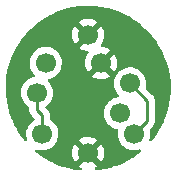
<source format=gbr>
G04 #@! TF.GenerationSoftware,KiCad,Pcbnew,(6.0.7-1)-1*
G04 #@! TF.CreationDate,2022-08-21T00:27:36+09:30*
G04 #@! TF.ProjectId,volca-trs,766f6c63-612d-4747-9273-2e6b69636164,rev?*
G04 #@! TF.SameCoordinates,Original*
G04 #@! TF.FileFunction,Copper,L2,Bot*
G04 #@! TF.FilePolarity,Positive*
%FSLAX46Y46*%
G04 Gerber Fmt 4.6, Leading zero omitted, Abs format (unit mm)*
G04 Created by KiCad (PCBNEW (6.0.7-1)-1) date 2022-08-21 00:27:36*
%MOMM*%
%LPD*%
G01*
G04 APERTURE LIST*
G04 #@! TA.AperFunction,ComponentPad*
%ADD10C,1.700000*%
G04 #@! TD*
G04 #@! TA.AperFunction,Conductor*
%ADD11C,0.250000*%
G04 #@! TD*
G04 APERTURE END LIST*
D10*
X40000000Y-45500000D03*
X43890000Y-43890000D03*
X36110000Y-43890000D03*
X40000000Y-35500000D03*
X43550000Y-39600000D03*
X42700000Y-42125000D03*
X36400000Y-37875000D03*
X35650000Y-40400000D03*
X41100000Y-37875000D03*
D11*
X43890000Y-43890000D02*
X45000000Y-42780000D01*
X45000000Y-41050000D02*
X43550000Y-39600000D01*
X45000000Y-42780000D02*
X45000000Y-41050000D01*
X35650000Y-40400000D02*
X35650000Y-41850000D01*
X35650000Y-41850000D02*
X36110000Y-42310000D01*
X36110000Y-42310000D02*
X36110000Y-43890000D01*
G04 #@! TA.AperFunction,Conductor*
G36*
X40224211Y-33012264D02*
G01*
X40726212Y-33046486D01*
X40735367Y-33047448D01*
X41022766Y-33088351D01*
X41233511Y-33118345D01*
X41242599Y-33119980D01*
X41530525Y-33182758D01*
X41734216Y-33227170D01*
X41743145Y-33229463D01*
X42225576Y-33372365D01*
X42234315Y-33375306D01*
X42705003Y-33553165D01*
X42713484Y-33556729D01*
X43169899Y-33768590D01*
X43178119Y-33772779D01*
X43617753Y-34017476D01*
X43625628Y-34022245D01*
X44046190Y-34298502D01*
X44053708Y-34303846D01*
X44452892Y-34610151D01*
X44459990Y-34616022D01*
X44835688Y-34950756D01*
X44842324Y-34957120D01*
X45192479Y-35318452D01*
X45198654Y-35325310D01*
X45403153Y-35569887D01*
X45521406Y-35711316D01*
X45527066Y-35718613D01*
X45820672Y-36127210D01*
X45825782Y-36134901D01*
X45938199Y-36318348D01*
X46083931Y-36556161D01*
X46088678Y-36563908D01*
X46093208Y-36571948D01*
X46169168Y-36719118D01*
X46323982Y-37019065D01*
X46327913Y-37027420D01*
X46525313Y-37490216D01*
X46528623Y-37498837D01*
X46579496Y-37647424D01*
X46681340Y-37944887D01*
X46691601Y-37974858D01*
X46694270Y-37983698D01*
X46716850Y-38069767D01*
X46816501Y-38449612D01*
X46821951Y-38470388D01*
X46823965Y-38479400D01*
X46915656Y-38974119D01*
X46917005Y-38983255D01*
X46972217Y-39483366D01*
X46972893Y-39492575D01*
X46976956Y-39603365D01*
X46991244Y-39993000D01*
X46991355Y-39996034D01*
X46991397Y-40003936D01*
X46986006Y-40209829D01*
X46982022Y-40361953D01*
X46981567Y-40369842D01*
X46946042Y-40767894D01*
X46936781Y-40871661D01*
X46935624Y-40880822D01*
X46854313Y-41377359D01*
X46852488Y-41386411D01*
X46735027Y-41875670D01*
X46732543Y-41884564D01*
X46654354Y-42129563D01*
X46593653Y-42319767D01*
X46579574Y-42363881D01*
X46576447Y-42372566D01*
X46449583Y-42688150D01*
X46388774Y-42839418D01*
X46385018Y-42847853D01*
X46163668Y-43299684D01*
X46159305Y-43307822D01*
X45905451Y-43742242D01*
X45900503Y-43750039D01*
X45804310Y-43890000D01*
X45631495Y-44141448D01*
X45615516Y-44164697D01*
X45610012Y-44172109D01*
X45471868Y-44344540D01*
X45397573Y-44437276D01*
X45339371Y-44477933D01*
X45268427Y-44480670D01*
X45207266Y-44444617D01*
X45175305Y-44381221D01*
X45178681Y-44321866D01*
X45220865Y-44183023D01*
X45220865Y-44183021D01*
X45222370Y-44178069D01*
X45251529Y-43956590D01*
X45252093Y-43933523D01*
X45253074Y-43893365D01*
X45253074Y-43893361D01*
X45253156Y-43890000D01*
X45234852Y-43667361D01*
X45206821Y-43555766D01*
X45209625Y-43484825D01*
X45239930Y-43435975D01*
X45392253Y-43283652D01*
X45400539Y-43276112D01*
X45407018Y-43272000D01*
X45453644Y-43222348D01*
X45456398Y-43219507D01*
X45476135Y-43199770D01*
X45478615Y-43196573D01*
X45486320Y-43187551D01*
X45511159Y-43161100D01*
X45516586Y-43155321D01*
X45520405Y-43148375D01*
X45520407Y-43148372D01*
X45526348Y-43137566D01*
X45537199Y-43121047D01*
X45544758Y-43111301D01*
X45549614Y-43105041D01*
X45552759Y-43097772D01*
X45552762Y-43097768D01*
X45567174Y-43064463D01*
X45572391Y-43053813D01*
X45593695Y-43015060D01*
X45598733Y-42995437D01*
X45605137Y-42976734D01*
X45610033Y-42965420D01*
X45610033Y-42965419D01*
X45613181Y-42958145D01*
X45614420Y-42950322D01*
X45614423Y-42950312D01*
X45620099Y-42914476D01*
X45622505Y-42902856D01*
X45631528Y-42867711D01*
X45631528Y-42867710D01*
X45633500Y-42860030D01*
X45633500Y-42839776D01*
X45635051Y-42820065D01*
X45636980Y-42807886D01*
X45638220Y-42800057D01*
X45634059Y-42756038D01*
X45633500Y-42744181D01*
X45633500Y-41128768D01*
X45634027Y-41117585D01*
X45635702Y-41110092D01*
X45635330Y-41098238D01*
X45633562Y-41042002D01*
X45633500Y-41038044D01*
X45633500Y-41010144D01*
X45632996Y-41006153D01*
X45632063Y-40994311D01*
X45631347Y-40971507D01*
X45630674Y-40950111D01*
X45625021Y-40930652D01*
X45621012Y-40911293D01*
X45620846Y-40909983D01*
X45618474Y-40891203D01*
X45615558Y-40883837D01*
X45615556Y-40883831D01*
X45602200Y-40850098D01*
X45598355Y-40838868D01*
X45588230Y-40804017D01*
X45588230Y-40804016D01*
X45586019Y-40796407D01*
X45575705Y-40778966D01*
X45567008Y-40761213D01*
X45562472Y-40749758D01*
X45559552Y-40742383D01*
X45533563Y-40706612D01*
X45527047Y-40696692D01*
X45524877Y-40693023D01*
X45504542Y-40658638D01*
X45490221Y-40644317D01*
X45477380Y-40629283D01*
X45470131Y-40619306D01*
X45465472Y-40612893D01*
X45459368Y-40607843D01*
X45459363Y-40607838D01*
X45431402Y-40584707D01*
X45422621Y-40576717D01*
X44901217Y-40055312D01*
X44867192Y-39993000D01*
X44869755Y-39929590D01*
X44882370Y-39888069D01*
X44911529Y-39666590D01*
X44913156Y-39600000D01*
X44894852Y-39377361D01*
X44840431Y-39160702D01*
X44751354Y-38955840D01*
X44630014Y-38768277D01*
X44479670Y-38603051D01*
X44475619Y-38599852D01*
X44475615Y-38599848D01*
X44308414Y-38467800D01*
X44308410Y-38467798D01*
X44304359Y-38464598D01*
X44108789Y-38356638D01*
X44103920Y-38354914D01*
X44103916Y-38354912D01*
X43903087Y-38283795D01*
X43903083Y-38283794D01*
X43898212Y-38282069D01*
X43893119Y-38281162D01*
X43893116Y-38281161D01*
X43683373Y-38243800D01*
X43683367Y-38243799D01*
X43678284Y-38242894D01*
X43604452Y-38241992D01*
X43460081Y-38240228D01*
X43460079Y-38240228D01*
X43454911Y-38240165D01*
X43234091Y-38273955D01*
X43021756Y-38343357D01*
X42823607Y-38446507D01*
X42819474Y-38449610D01*
X42819471Y-38449612D01*
X42649100Y-38577530D01*
X42644965Y-38580635D01*
X42490629Y-38742138D01*
X42487715Y-38746410D01*
X42487714Y-38746411D01*
X42475404Y-38764457D01*
X42364743Y-38926680D01*
X42331627Y-38998023D01*
X42281632Y-39105729D01*
X42270688Y-39129305D01*
X42210989Y-39344570D01*
X42187251Y-39566695D01*
X42187548Y-39571848D01*
X42187548Y-39571851D01*
X42193011Y-39666590D01*
X42200110Y-39789715D01*
X42201247Y-39794761D01*
X42201248Y-39794767D01*
X42221119Y-39882939D01*
X42249222Y-40007639D01*
X42333266Y-40214616D01*
X42335965Y-40219020D01*
X42444814Y-40396646D01*
X42449987Y-40405088D01*
X42594080Y-40571433D01*
X42623562Y-40636017D01*
X42613448Y-40706289D01*
X42566946Y-40759937D01*
X42517901Y-40778479D01*
X42460341Y-40787287D01*
X42384091Y-40798955D01*
X42171756Y-40868357D01*
X42167164Y-40870747D01*
X42167165Y-40870747D01*
X41999485Y-40958036D01*
X41973607Y-40971507D01*
X41969474Y-40974610D01*
X41969471Y-40974612D01*
X41799100Y-41102530D01*
X41794965Y-41105635D01*
X41640629Y-41267138D01*
X41637715Y-41271410D01*
X41637714Y-41271411D01*
X41565441Y-41377359D01*
X41514743Y-41451680D01*
X41420688Y-41654305D01*
X41360989Y-41869570D01*
X41337251Y-42091695D01*
X41337548Y-42096848D01*
X41337548Y-42096851D01*
X41346204Y-42246973D01*
X41350110Y-42314715D01*
X41351247Y-42319761D01*
X41351248Y-42319767D01*
X41372275Y-42413069D01*
X41399222Y-42532639D01*
X41483266Y-42739616D01*
X41489706Y-42750125D01*
X41561652Y-42867530D01*
X41599987Y-42930088D01*
X41746250Y-43098938D01*
X41918126Y-43241632D01*
X42111000Y-43354338D01*
X42319692Y-43434030D01*
X42458877Y-43462348D01*
X42521640Y-43495528D01*
X42556502Y-43557376D01*
X42555172Y-43619487D01*
X42550989Y-43634570D01*
X42550441Y-43639700D01*
X42550440Y-43639704D01*
X42546933Y-43672522D01*
X42527251Y-43856695D01*
X42527548Y-43861848D01*
X42527548Y-43861851D01*
X42533011Y-43956590D01*
X42540110Y-44079715D01*
X42541247Y-44084761D01*
X42541248Y-44084767D01*
X42554665Y-44144301D01*
X42589222Y-44297639D01*
X42627461Y-44391811D01*
X42663543Y-44480670D01*
X42673266Y-44504616D01*
X42789987Y-44695088D01*
X42936250Y-44863938D01*
X43108126Y-45006632D01*
X43301000Y-45119338D01*
X43305825Y-45121180D01*
X43305826Y-45121181D01*
X43343222Y-45135461D01*
X43509692Y-45199030D01*
X43514760Y-45200061D01*
X43514763Y-45200062D01*
X43622017Y-45221883D01*
X43728597Y-45243567D01*
X43733772Y-45243757D01*
X43733774Y-45243757D01*
X43946673Y-45251564D01*
X43946677Y-45251564D01*
X43951837Y-45251753D01*
X43956957Y-45251097D01*
X43956959Y-45251097D01*
X44168288Y-45224025D01*
X44168289Y-45224025D01*
X44173416Y-45223368D01*
X44240976Y-45203099D01*
X44321985Y-45178795D01*
X44392981Y-45178379D01*
X44452931Y-45216411D01*
X44482803Y-45280817D01*
X44473112Y-45351149D01*
X44436974Y-45397815D01*
X44230525Y-45563212D01*
X44172111Y-45610010D01*
X44164697Y-45615516D01*
X43750039Y-45900503D01*
X43742242Y-45905451D01*
X43307822Y-46159305D01*
X43299684Y-46163668D01*
X42847853Y-46385018D01*
X42839419Y-46388774D01*
X42625390Y-46474813D01*
X42372570Y-46576446D01*
X42363886Y-46579572D01*
X42194209Y-46633723D01*
X41884564Y-46732543D01*
X41875670Y-46735027D01*
X41386411Y-46852488D01*
X41377359Y-46854313D01*
X40880822Y-46935624D01*
X40871661Y-46936781D01*
X40842571Y-46939377D01*
X40671423Y-46954652D01*
X40601795Y-46940785D01*
X40550716Y-46891475D01*
X40534405Y-46822377D01*
X40558041Y-46755430D01*
X40604790Y-46716000D01*
X40693097Y-46672738D01*
X40701944Y-46667465D01*
X40749247Y-46633723D01*
X40757648Y-46623023D01*
X40750660Y-46609870D01*
X40012812Y-45872022D01*
X39998868Y-45864408D01*
X39997035Y-45864539D01*
X39990420Y-45868790D01*
X39246737Y-46612473D01*
X39239977Y-46624853D01*
X39245257Y-46631906D01*
X39403371Y-46724301D01*
X39452094Y-46775940D01*
X39465165Y-46845723D01*
X39438433Y-46911495D01*
X39380386Y-46952373D01*
X39323355Y-46958011D01*
X38954163Y-46909406D01*
X38838617Y-46894194D01*
X38829512Y-46892654D01*
X38336814Y-46790621D01*
X38327846Y-46788418D01*
X37843957Y-46650579D01*
X37835175Y-46647726D01*
X37621440Y-46569510D01*
X37362657Y-46474809D01*
X37354127Y-46471328D01*
X36895541Y-46264269D01*
X36887270Y-46260163D01*
X36445091Y-46020079D01*
X36437143Y-46015378D01*
X36013747Y-45743563D01*
X36006164Y-45738293D01*
X35651313Y-45471863D01*
X38638050Y-45471863D01*
X38650309Y-45684477D01*
X38651745Y-45694697D01*
X38698565Y-45902446D01*
X38701645Y-45912275D01*
X38781770Y-46109603D01*
X38786413Y-46118794D01*
X38866460Y-46249420D01*
X38876916Y-46258880D01*
X38885694Y-46255096D01*
X39627978Y-45512812D01*
X39634356Y-45501132D01*
X40364408Y-45501132D01*
X40364539Y-45502965D01*
X40368790Y-45509580D01*
X41110474Y-46251264D01*
X41122484Y-46257823D01*
X41134223Y-46248855D01*
X41165004Y-46206019D01*
X41170315Y-46197180D01*
X41264670Y-46006267D01*
X41268469Y-45996672D01*
X41330376Y-45792915D01*
X41332555Y-45782834D01*
X41360590Y-45569887D01*
X41361109Y-45563212D01*
X41362572Y-45503364D01*
X41362378Y-45496646D01*
X41344781Y-45282604D01*
X41343096Y-45272424D01*
X41291214Y-45065875D01*
X41287894Y-45056124D01*
X41202972Y-44860814D01*
X41198105Y-44851739D01*
X41133063Y-44751197D01*
X41122377Y-44741995D01*
X41112812Y-44746398D01*
X40372022Y-45487188D01*
X40364408Y-45501132D01*
X39634356Y-45501132D01*
X39635592Y-45498868D01*
X39635461Y-45497035D01*
X39631210Y-45490420D01*
X38889849Y-44749059D01*
X38878313Y-44742759D01*
X38866031Y-44752382D01*
X38818089Y-44822662D01*
X38813004Y-44831613D01*
X38723338Y-45024783D01*
X38719775Y-45034470D01*
X38662864Y-45239681D01*
X38660933Y-45249800D01*
X38638302Y-45461574D01*
X38638050Y-45471863D01*
X35651313Y-45471863D01*
X35603801Y-45436190D01*
X35596636Y-45430389D01*
X35554400Y-45393544D01*
X35516217Y-45333693D01*
X35516454Y-45262697D01*
X35555036Y-45203099D01*
X35619714Y-45173821D01*
X35682180Y-45180887D01*
X35729692Y-45199030D01*
X35734760Y-45200061D01*
X35734763Y-45200062D01*
X35842017Y-45221883D01*
X35948597Y-45243567D01*
X35953772Y-45243757D01*
X35953774Y-45243757D01*
X36166673Y-45251564D01*
X36166677Y-45251564D01*
X36171837Y-45251753D01*
X36176957Y-45251097D01*
X36176959Y-45251097D01*
X36388288Y-45224025D01*
X36388289Y-45224025D01*
X36393416Y-45223368D01*
X36460976Y-45203099D01*
X36602429Y-45160661D01*
X36602434Y-45160659D01*
X36607384Y-45159174D01*
X36807994Y-45060896D01*
X36989860Y-44931173D01*
X37148096Y-44773489D01*
X37207594Y-44690689D01*
X37275435Y-44596277D01*
X37278453Y-44592077D01*
X37333514Y-44480670D01*
X37375136Y-44396453D01*
X37375137Y-44396451D01*
X37377430Y-44391811D01*
X37382104Y-44376427D01*
X39241223Y-44376427D01*
X39247968Y-44388758D01*
X39987188Y-45127978D01*
X40001132Y-45135592D01*
X40002965Y-45135461D01*
X40009580Y-45131210D01*
X40753389Y-44387401D01*
X40760410Y-44374544D01*
X40753611Y-44365213D01*
X40749554Y-44362518D01*
X40563117Y-44259599D01*
X40553705Y-44255369D01*
X40352959Y-44184280D01*
X40342989Y-44181646D01*
X40133327Y-44144301D01*
X40123073Y-44143331D01*
X39910116Y-44140728D01*
X39899832Y-44141448D01*
X39689321Y-44173661D01*
X39679293Y-44176050D01*
X39476868Y-44242212D01*
X39467359Y-44246209D01*
X39278466Y-44344540D01*
X39269734Y-44350039D01*
X39249677Y-44365099D01*
X39241223Y-44376427D01*
X37382104Y-44376427D01*
X37442370Y-44178069D01*
X37471529Y-43956590D01*
X37472093Y-43933523D01*
X37473074Y-43893365D01*
X37473074Y-43893361D01*
X37473156Y-43890000D01*
X37454852Y-43667361D01*
X37400431Y-43450702D01*
X37311354Y-43245840D01*
X37248299Y-43148372D01*
X37192822Y-43062617D01*
X37192820Y-43062614D01*
X37190014Y-43058277D01*
X37039670Y-42893051D01*
X37035619Y-42889852D01*
X37035615Y-42889848D01*
X36868414Y-42757800D01*
X36868410Y-42757798D01*
X36864359Y-42754598D01*
X36859835Y-42752101D01*
X36859831Y-42752098D01*
X36808608Y-42723822D01*
X36758636Y-42673390D01*
X36743500Y-42613513D01*
X36743500Y-42388767D01*
X36744027Y-42377584D01*
X36745702Y-42370091D01*
X36743562Y-42302014D01*
X36743500Y-42298055D01*
X36743500Y-42270144D01*
X36742995Y-42266144D01*
X36742062Y-42254301D01*
X36741656Y-42241362D01*
X36740673Y-42210110D01*
X36735022Y-42190658D01*
X36731014Y-42171306D01*
X36729467Y-42159063D01*
X36728474Y-42151203D01*
X36725556Y-42143832D01*
X36712200Y-42110097D01*
X36708355Y-42098870D01*
X36704697Y-42086281D01*
X36696018Y-42056407D01*
X36691984Y-42049585D01*
X36691981Y-42049579D01*
X36685706Y-42038968D01*
X36677010Y-42021218D01*
X36672472Y-42009756D01*
X36672469Y-42009751D01*
X36669552Y-42002383D01*
X36656901Y-41984970D01*
X36643573Y-41966625D01*
X36637057Y-41956707D01*
X36618575Y-41925457D01*
X36614542Y-41918637D01*
X36600218Y-41904313D01*
X36587376Y-41889278D01*
X36583951Y-41884564D01*
X36575472Y-41872893D01*
X36541406Y-41844711D01*
X36532627Y-41836722D01*
X36405848Y-41709943D01*
X36371822Y-41647631D01*
X36376887Y-41576816D01*
X36421775Y-41518269D01*
X36525656Y-41444172D01*
X36525659Y-41444170D01*
X36529860Y-41441173D01*
X36688096Y-41283489D01*
X36693838Y-41275499D01*
X36815435Y-41106277D01*
X36818453Y-41102077D01*
X36882985Y-40971507D01*
X36915136Y-40906453D01*
X36915137Y-40906451D01*
X36917430Y-40901811D01*
X36982370Y-40688069D01*
X37011529Y-40466590D01*
X37011611Y-40463240D01*
X37013074Y-40403365D01*
X37013074Y-40403361D01*
X37013156Y-40400000D01*
X36994852Y-40177361D01*
X36940431Y-39960702D01*
X36851354Y-39755840D01*
X36791448Y-39663240D01*
X36732822Y-39572617D01*
X36732820Y-39572614D01*
X36730014Y-39568277D01*
X36726540Y-39564459D01*
X36726533Y-39564450D01*
X36594745Y-39419617D01*
X36563693Y-39355772D01*
X36572089Y-39285273D01*
X36617265Y-39230505D01*
X36671934Y-39209839D01*
X36678284Y-39209026D01*
X36678291Y-39209025D01*
X36683416Y-39208368D01*
X36688366Y-39206883D01*
X36892429Y-39145661D01*
X36892434Y-39145659D01*
X36897384Y-39144174D01*
X37097994Y-39045896D01*
X37162544Y-38999853D01*
X40339977Y-38999853D01*
X40345258Y-39006907D01*
X40506756Y-39101279D01*
X40516042Y-39105729D01*
X40715001Y-39181703D01*
X40724899Y-39184579D01*
X40933595Y-39227038D01*
X40943823Y-39228257D01*
X41156650Y-39236062D01*
X41166936Y-39235595D01*
X41378185Y-39208534D01*
X41388262Y-39206392D01*
X41592255Y-39145191D01*
X41601842Y-39141433D01*
X41793098Y-39047738D01*
X41801944Y-39042465D01*
X41849247Y-39008723D01*
X41857648Y-38998023D01*
X41850660Y-38984870D01*
X41112812Y-38247022D01*
X41098868Y-38239408D01*
X41097035Y-38239539D01*
X41090420Y-38243790D01*
X40346737Y-38987473D01*
X40339977Y-38999853D01*
X37162544Y-38999853D01*
X37279860Y-38916173D01*
X37438096Y-38758489D01*
X37497594Y-38675689D01*
X37565435Y-38581277D01*
X37568453Y-38577077D01*
X37570874Y-38572180D01*
X37665136Y-38381453D01*
X37665137Y-38381451D01*
X37667430Y-38376811D01*
X37708136Y-38242831D01*
X37730865Y-38168023D01*
X37730865Y-38168021D01*
X37732370Y-38163069D01*
X37761529Y-37941590D01*
X37763156Y-37875000D01*
X37744852Y-37652361D01*
X37690431Y-37435702D01*
X37601354Y-37230840D01*
X37527704Y-37116995D01*
X37482822Y-37047617D01*
X37482820Y-37047614D01*
X37480014Y-37043277D01*
X37329670Y-36878051D01*
X37325619Y-36874852D01*
X37325615Y-36874848D01*
X37158414Y-36742800D01*
X37158410Y-36742798D01*
X37154359Y-36739598D01*
X36958789Y-36631638D01*
X36953920Y-36629914D01*
X36953916Y-36629912D01*
X36939630Y-36624853D01*
X39239977Y-36624853D01*
X39245258Y-36631907D01*
X39406756Y-36726279D01*
X39416042Y-36730729D01*
X39615001Y-36806703D01*
X39624899Y-36809579D01*
X39833595Y-36852038D01*
X39843823Y-36853257D01*
X39917386Y-36855955D01*
X39984728Y-36878440D01*
X40029224Y-36933763D01*
X40036746Y-37004360D01*
X40016857Y-37052874D01*
X39918098Y-37197649D01*
X39913000Y-37206623D01*
X39823338Y-37399783D01*
X39819775Y-37409470D01*
X39762864Y-37614681D01*
X39760933Y-37624800D01*
X39738302Y-37836574D01*
X39738050Y-37846863D01*
X39750309Y-38059477D01*
X39751745Y-38069697D01*
X39798565Y-38277446D01*
X39801645Y-38287275D01*
X39881770Y-38484603D01*
X39886413Y-38493794D01*
X39966460Y-38624420D01*
X39976916Y-38633880D01*
X39985694Y-38630096D01*
X40739658Y-37876132D01*
X41464408Y-37876132D01*
X41464539Y-37877965D01*
X41468790Y-37884580D01*
X42210474Y-38626264D01*
X42222484Y-38632823D01*
X42234223Y-38623855D01*
X42265004Y-38581019D01*
X42270315Y-38572180D01*
X42364670Y-38381267D01*
X42368469Y-38371672D01*
X42430376Y-38167915D01*
X42432555Y-38157834D01*
X42460590Y-37944887D01*
X42461109Y-37938212D01*
X42462572Y-37878364D01*
X42462378Y-37871646D01*
X42444781Y-37657604D01*
X42443096Y-37647424D01*
X42391214Y-37440875D01*
X42387894Y-37431124D01*
X42302972Y-37235814D01*
X42298105Y-37226739D01*
X42233063Y-37126197D01*
X42222377Y-37116995D01*
X42212812Y-37121398D01*
X41472022Y-37862188D01*
X41464408Y-37876132D01*
X40739658Y-37876132D01*
X41853389Y-36762401D01*
X41860410Y-36749544D01*
X41853611Y-36740213D01*
X41849554Y-36737518D01*
X41663117Y-36634599D01*
X41653705Y-36630369D01*
X41452959Y-36559280D01*
X41442989Y-36556646D01*
X41233327Y-36519301D01*
X41223073Y-36518331D01*
X41185067Y-36517866D01*
X41117196Y-36497032D01*
X41071363Y-36442812D01*
X41062119Y-36372419D01*
X41084286Y-36318348D01*
X41165007Y-36206013D01*
X41170313Y-36197183D01*
X41264670Y-36006267D01*
X41268469Y-35996672D01*
X41330376Y-35792915D01*
X41332555Y-35782834D01*
X41360590Y-35569887D01*
X41361109Y-35563212D01*
X41362572Y-35503364D01*
X41362378Y-35496646D01*
X41344781Y-35282604D01*
X41343096Y-35272424D01*
X41291214Y-35065875D01*
X41287894Y-35056124D01*
X41202972Y-34860814D01*
X41198105Y-34851739D01*
X41133063Y-34751197D01*
X41122377Y-34741995D01*
X41112812Y-34746398D01*
X39246737Y-36612473D01*
X39239977Y-36624853D01*
X36939630Y-36624853D01*
X36753087Y-36558795D01*
X36753083Y-36558794D01*
X36748212Y-36557069D01*
X36743119Y-36556162D01*
X36743116Y-36556161D01*
X36533373Y-36518800D01*
X36533367Y-36518799D01*
X36528284Y-36517894D01*
X36454452Y-36516992D01*
X36310081Y-36515228D01*
X36310079Y-36515228D01*
X36304911Y-36515165D01*
X36084091Y-36548955D01*
X35871756Y-36618357D01*
X35673607Y-36721507D01*
X35669474Y-36724610D01*
X35669471Y-36724612D01*
X35499100Y-36852530D01*
X35494965Y-36855635D01*
X35340629Y-37017138D01*
X35337715Y-37021410D01*
X35337714Y-37021411D01*
X35294033Y-37085445D01*
X35214743Y-37201680D01*
X35120688Y-37404305D01*
X35060989Y-37619570D01*
X35037251Y-37841695D01*
X35037548Y-37846848D01*
X35037548Y-37846851D01*
X35043011Y-37941590D01*
X35050110Y-38064715D01*
X35051247Y-38069761D01*
X35051248Y-38069767D01*
X35071119Y-38157939D01*
X35099222Y-38282639D01*
X35139346Y-38381453D01*
X35174408Y-38467800D01*
X35183266Y-38489616D01*
X35299987Y-38680088D01*
X35303367Y-38683990D01*
X35442866Y-38845032D01*
X35442869Y-38845035D01*
X35446250Y-38848938D01*
X35450185Y-38852205D01*
X35484853Y-38914145D01*
X35480530Y-38985010D01*
X35438580Y-39042287D01*
X35381078Y-39066765D01*
X35339205Y-39073172D01*
X35339200Y-39073173D01*
X35334091Y-39073955D01*
X35121756Y-39143357D01*
X35088437Y-39160702D01*
X34943672Y-39236062D01*
X34923607Y-39246507D01*
X34919474Y-39249610D01*
X34919471Y-39249612D01*
X34749100Y-39377530D01*
X34744965Y-39380635D01*
X34741393Y-39384373D01*
X34637993Y-39492575D01*
X34590629Y-39542138D01*
X34464743Y-39726680D01*
X34370688Y-39929305D01*
X34310989Y-40144570D01*
X34287251Y-40366695D01*
X34287548Y-40371848D01*
X34287548Y-40371851D01*
X34293011Y-40466590D01*
X34300110Y-40589715D01*
X34301247Y-40594761D01*
X34301248Y-40594767D01*
X34317181Y-40665463D01*
X34349222Y-40807639D01*
X34433266Y-41014616D01*
X34549987Y-41205088D01*
X34696250Y-41373938D01*
X34868126Y-41516632D01*
X34872593Y-41519242D01*
X34954070Y-41566853D01*
X35002794Y-41618491D01*
X35016500Y-41675641D01*
X35016500Y-41771233D01*
X35015973Y-41782416D01*
X35014298Y-41789909D01*
X35014547Y-41797835D01*
X35014547Y-41797836D01*
X35016438Y-41857986D01*
X35016500Y-41861945D01*
X35016500Y-41889856D01*
X35016997Y-41893790D01*
X35016997Y-41893791D01*
X35017005Y-41893856D01*
X35017938Y-41905693D01*
X35019327Y-41949889D01*
X35024978Y-41969339D01*
X35028987Y-41988700D01*
X35031526Y-42008797D01*
X35034445Y-42016168D01*
X35034445Y-42016170D01*
X35047804Y-42049912D01*
X35051649Y-42061142D01*
X35061771Y-42095983D01*
X35063982Y-42103593D01*
X35068015Y-42110412D01*
X35068017Y-42110417D01*
X35074293Y-42121028D01*
X35082988Y-42138776D01*
X35090448Y-42157617D01*
X35095110Y-42164033D01*
X35095110Y-42164034D01*
X35116436Y-42193387D01*
X35122952Y-42203307D01*
X35131659Y-42218029D01*
X35145458Y-42241362D01*
X35159779Y-42255683D01*
X35172619Y-42270716D01*
X35184528Y-42287107D01*
X35211653Y-42309547D01*
X35218605Y-42315298D01*
X35227384Y-42323288D01*
X35431110Y-42527014D01*
X35465136Y-42589326D01*
X35460071Y-42660141D01*
X35417524Y-42716977D01*
X35400200Y-42727869D01*
X35383607Y-42736507D01*
X35379474Y-42739610D01*
X35379471Y-42739612D01*
X35209100Y-42867530D01*
X35204965Y-42870635D01*
X35050629Y-43032138D01*
X34924743Y-43216680D01*
X34877716Y-43317992D01*
X34860845Y-43354338D01*
X34830688Y-43419305D01*
X34770989Y-43634570D01*
X34747251Y-43856695D01*
X34747548Y-43861848D01*
X34747548Y-43861851D01*
X34753011Y-43956590D01*
X34760110Y-44079715D01*
X34761247Y-44084761D01*
X34761248Y-44084767D01*
X34774665Y-44144301D01*
X34809222Y-44297639D01*
X34811167Y-44302429D01*
X34812863Y-44306607D01*
X34819957Y-44377248D01*
X34787734Y-44440511D01*
X34726423Y-44476310D01*
X34655491Y-44473278D01*
X34600308Y-44435838D01*
X34523808Y-44346268D01*
X34518072Y-44339032D01*
X34220191Y-43933516D01*
X34215006Y-43925885D01*
X34194607Y-43893365D01*
X34056072Y-43672522D01*
X33947638Y-43499663D01*
X33943021Y-43491666D01*
X33735082Y-43098938D01*
X33707587Y-43047008D01*
X33703568Y-43038697D01*
X33501325Y-42577973D01*
X33497926Y-42569388D01*
X33360439Y-42181137D01*
X33329969Y-42095091D01*
X33327208Y-42086281D01*
X33317168Y-42049579D01*
X33275508Y-41897299D01*
X33194444Y-41600977D01*
X33192335Y-41591987D01*
X33095465Y-41098238D01*
X33094021Y-41089117D01*
X33033576Y-40589625D01*
X33032803Y-40580424D01*
X33009101Y-40077833D01*
X33009004Y-40068599D01*
X33021275Y-39600000D01*
X33022175Y-39565613D01*
X33022755Y-39556400D01*
X33040626Y-39377361D01*
X33051881Y-39264598D01*
X33072727Y-39055746D01*
X33073980Y-39046597D01*
X33160487Y-38550937D01*
X33162407Y-38541905D01*
X33284981Y-38053917D01*
X33287557Y-38045049D01*
X33310771Y-37974858D01*
X33445544Y-37567340D01*
X33448762Y-37558688D01*
X33497626Y-37440720D01*
X33641309Y-37093838D01*
X33645152Y-37085445D01*
X33871228Y-36635943D01*
X33875677Y-36627851D01*
X34028550Y-36372419D01*
X34134063Y-36196119D01*
X34139087Y-36188382D01*
X34182080Y-36127210D01*
X34428406Y-35776723D01*
X34433989Y-35769368D01*
X34677494Y-35471863D01*
X38638050Y-35471863D01*
X38650309Y-35684477D01*
X38651745Y-35694697D01*
X38698565Y-35902446D01*
X38701645Y-35912275D01*
X38781770Y-36109603D01*
X38786413Y-36118794D01*
X38866460Y-36249420D01*
X38876916Y-36258880D01*
X38885694Y-36255096D01*
X39627978Y-35512812D01*
X39635592Y-35498868D01*
X39635461Y-35497035D01*
X39631210Y-35490420D01*
X38889849Y-34749059D01*
X38878313Y-34742759D01*
X38866031Y-34752382D01*
X38818089Y-34822662D01*
X38813004Y-34831613D01*
X38723338Y-35024783D01*
X38719775Y-35034470D01*
X38662864Y-35239681D01*
X38660933Y-35249800D01*
X38638302Y-35461574D01*
X38638050Y-35471863D01*
X34677494Y-35471863D01*
X34752672Y-35380013D01*
X34758779Y-35373086D01*
X35105119Y-35008121D01*
X35111716Y-35001660D01*
X35483868Y-34663028D01*
X35490921Y-34657068D01*
X35848835Y-34376427D01*
X39241223Y-34376427D01*
X39247968Y-34388758D01*
X39987188Y-35127978D01*
X40001132Y-35135592D01*
X40002965Y-35135461D01*
X40009580Y-35131210D01*
X40753389Y-34387401D01*
X40760410Y-34374544D01*
X40753611Y-34365213D01*
X40749554Y-34362518D01*
X40563117Y-34259599D01*
X40553705Y-34255369D01*
X40352959Y-34184280D01*
X40342989Y-34181646D01*
X40133327Y-34144301D01*
X40123073Y-34143331D01*
X39910116Y-34140728D01*
X39899832Y-34141448D01*
X39689321Y-34173661D01*
X39679293Y-34176050D01*
X39476868Y-34242212D01*
X39467359Y-34246209D01*
X39278466Y-34344540D01*
X39269734Y-34350039D01*
X39249677Y-34365099D01*
X39241223Y-34376427D01*
X35848835Y-34376427D01*
X35886863Y-34346609D01*
X35894334Y-34341181D01*
X36311954Y-34060552D01*
X36319802Y-34055686D01*
X36378418Y-34022252D01*
X36756860Y-33806393D01*
X36765042Y-33802116D01*
X36835340Y-33768586D01*
X37009808Y-33685369D01*
X37219172Y-33585508D01*
X37227646Y-33581841D01*
X37696424Y-33399072D01*
X37705145Y-33396035D01*
X38186049Y-33248089D01*
X38194965Y-33245700D01*
X38685436Y-33133367D01*
X38694486Y-33131641D01*
X39191847Y-33055533D01*
X39201008Y-33054473D01*
X39451821Y-33034734D01*
X39702629Y-33014995D01*
X39711855Y-33014609D01*
X39987590Y-33013165D01*
X40214992Y-33011974D01*
X40224211Y-33012264D01*
G37*
G04 #@! TD.AperFunction*
M02*

</source>
